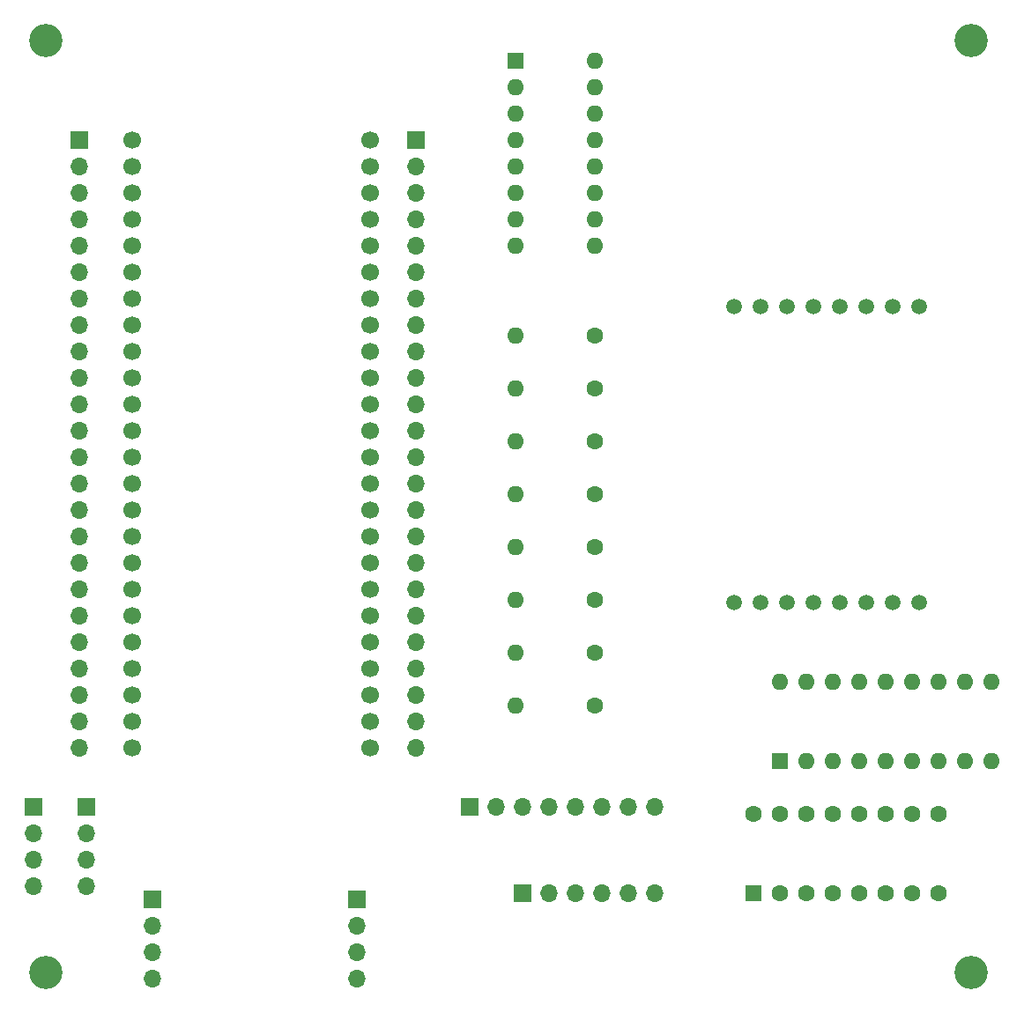
<source format=gbr>
%TF.GenerationSoftware,KiCad,Pcbnew,8.0.2*%
%TF.CreationDate,2024-08-26T11:56:27+09:00*%
%TF.ProjectId,FPGA_Board_v1,46504741-5f42-46f6-9172-645f76312e6b,rev?*%
%TF.SameCoordinates,Original*%
%TF.FileFunction,Soldermask,Bot*%
%TF.FilePolarity,Negative*%
%FSLAX46Y46*%
G04 Gerber Fmt 4.6, Leading zero omitted, Abs format (unit mm)*
G04 Created by KiCad (PCBNEW 8.0.2) date 2024-08-26 11:56:27*
%MOMM*%
%LPD*%
G01*
G04 APERTURE LIST*
%ADD10R,1.700000X1.700000*%
%ADD11O,1.700000X1.700000*%
%ADD12C,1.600000*%
%ADD13O,1.600000X1.600000*%
%ADD14C,3.200000*%
%ADD15R,1.600000X1.600000*%
%ADD16C,1.500000*%
%ADD17C,1.700000*%
G04 APERTURE END LIST*
D10*
%TO.C,J3*%
X147970000Y-116205000D03*
D11*
X150510000Y-116205000D03*
X153050000Y-116205000D03*
X155590000Y-116205000D03*
X158130000Y-116205000D03*
X160670000Y-116205000D03*
X163210000Y-116205000D03*
X165750000Y-116205000D03*
%TD*%
D12*
%TO.C,R6*%
X159980000Y-81040000D03*
D13*
X152360000Y-81040000D03*
%TD*%
D14*
%TO.C,H2*%
X196195000Y-42545000D03*
%TD*%
D15*
%TO.C,U3*%
X177810000Y-111760000D03*
D13*
X180350000Y-111760000D03*
X182890000Y-111760000D03*
X185430000Y-111760000D03*
X187970000Y-111760000D03*
X190510000Y-111760000D03*
X193050000Y-111760000D03*
X195590000Y-111760000D03*
X198130000Y-111760000D03*
X198130000Y-104140000D03*
X195590000Y-104140000D03*
X193050000Y-104140000D03*
X190510000Y-104140000D03*
X187970000Y-104140000D03*
X185430000Y-104140000D03*
X182890000Y-104140000D03*
X180350000Y-104140000D03*
X177810000Y-104140000D03*
%TD*%
D14*
%TO.C,H4*%
X107295000Y-132080000D03*
%TD*%
D16*
%TO.C,U2*%
X173400000Y-96520000D03*
X175940000Y-96520000D03*
X178480000Y-96520000D03*
X181020000Y-96520000D03*
X183560000Y-96520000D03*
X186100000Y-96520000D03*
X188640000Y-96520000D03*
X191180000Y-96520000D03*
X191160000Y-68120000D03*
X188620000Y-68120000D03*
X186080000Y-68120000D03*
X183540000Y-68120000D03*
X181000000Y-68120000D03*
X178460000Y-68120000D03*
X175920000Y-68120000D03*
X173380000Y-68120000D03*
%TD*%
D10*
%TO.C,J2*%
X142815000Y-52070000D03*
D11*
X142815000Y-54610000D03*
X142815000Y-57150000D03*
X142815000Y-59690000D03*
X142815000Y-62230000D03*
X142815000Y-64770000D03*
X142815000Y-67310000D03*
X142815000Y-69850000D03*
X142815000Y-72390000D03*
X142815000Y-74930000D03*
X142815000Y-77470000D03*
X142815000Y-80010000D03*
X142815000Y-82550000D03*
X142815000Y-85090000D03*
X142815000Y-87630000D03*
X142815000Y-90170000D03*
X142815000Y-92710000D03*
X142815000Y-95250000D03*
X142815000Y-97790000D03*
X142815000Y-100330000D03*
X142815000Y-102870000D03*
X142815000Y-105410000D03*
X142815000Y-107950000D03*
X142815000Y-110490000D03*
%TD*%
D15*
%TO.C,SW1*%
X152400000Y-44440000D03*
D13*
X152400000Y-46980000D03*
X152400000Y-49520000D03*
X152400000Y-52060000D03*
X152400000Y-54600000D03*
X152400000Y-57140000D03*
X152400000Y-59680000D03*
X152400000Y-62220000D03*
X160020000Y-62220000D03*
X160020000Y-59680000D03*
X160020000Y-57140000D03*
X160020000Y-54600000D03*
X160020000Y-52060000D03*
X160020000Y-49520000D03*
X160020000Y-46980000D03*
X160020000Y-44440000D03*
%TD*%
D14*
%TO.C,H3*%
X196195000Y-132080000D03*
%TD*%
D12*
%TO.C,R2*%
X159980000Y-101360000D03*
D13*
X152360000Y-101360000D03*
%TD*%
D12*
%TO.C,R1*%
X159980000Y-106440000D03*
D13*
X152360000Y-106440000D03*
%TD*%
D10*
%TO.C,J4*%
X137160000Y-125095000D03*
D11*
X137160000Y-127635000D03*
X137160000Y-130175000D03*
X137160000Y-132715000D03*
%TD*%
D10*
%TO.C,J5*%
X117475000Y-125095000D03*
D11*
X117475000Y-127635000D03*
X117475000Y-130175000D03*
X117475000Y-132715000D03*
%TD*%
D12*
%TO.C,R7*%
X159980000Y-75960000D03*
D13*
X152360000Y-75960000D03*
%TD*%
D12*
%TO.C,R5*%
X159980000Y-86130000D03*
D13*
X152360000Y-86130000D03*
%TD*%
D12*
%TO.C,R8*%
X159980000Y-70880000D03*
D13*
X152360000Y-70880000D03*
%TD*%
D12*
%TO.C,R3*%
X159980000Y-96280000D03*
D13*
X152360000Y-96280000D03*
%TD*%
D10*
%TO.C,J6*%
X111125000Y-116205000D03*
D11*
X111125000Y-118745000D03*
X111125000Y-121285000D03*
X111125000Y-123825000D03*
%TD*%
D10*
%TO.C,J8*%
X153035000Y-124460000D03*
D11*
X155575000Y-124460000D03*
X158115000Y-124460000D03*
X160655000Y-124460000D03*
X163195000Y-124460000D03*
X165735000Y-124460000D03*
%TD*%
D14*
%TO.C,H1*%
X107295000Y-42545000D03*
%TD*%
D15*
%TO.C,U4*%
X175260000Y-124460000D03*
D12*
X177800000Y-124460000D03*
X180340000Y-124460000D03*
X182880000Y-124460000D03*
X185420000Y-124460000D03*
X187960000Y-124460000D03*
X190500000Y-124460000D03*
X193040000Y-124460000D03*
X193040000Y-116840000D03*
X190500000Y-116840000D03*
X187960000Y-116840000D03*
X185420000Y-116840000D03*
X182880000Y-116840000D03*
X180340000Y-116840000D03*
X177800000Y-116840000D03*
X175260000Y-116840000D03*
%TD*%
%TO.C,R4*%
X159980000Y-91200000D03*
D13*
X152360000Y-91200000D03*
%TD*%
D10*
%TO.C,J1*%
X110450000Y-52070000D03*
D11*
X110450000Y-54610000D03*
X110450000Y-57150000D03*
X110450000Y-59690000D03*
X110450000Y-62230000D03*
X110450000Y-64770000D03*
X110450000Y-67310000D03*
X110450000Y-69850000D03*
X110450000Y-72390000D03*
X110450000Y-74930000D03*
X110450000Y-77470000D03*
X110450000Y-80010000D03*
X110450000Y-82550000D03*
X110450000Y-85090000D03*
X110450000Y-87630000D03*
X110450000Y-90170000D03*
X110450000Y-92710000D03*
X110450000Y-95250000D03*
X110450000Y-97790000D03*
X110450000Y-100330000D03*
X110450000Y-102870000D03*
X110450000Y-105410000D03*
X110450000Y-107950000D03*
X110450000Y-110490000D03*
%TD*%
D10*
%TO.C,J7*%
X106045000Y-116205000D03*
D11*
X106045000Y-118745000D03*
X106045000Y-121285000D03*
X106045000Y-123825000D03*
%TD*%
D17*
%TO.C,U1*%
X115570000Y-52070000D03*
X115570000Y-54610000D03*
X115570000Y-57150000D03*
X115570000Y-59690000D03*
X115570000Y-62230000D03*
X115570000Y-64770000D03*
X115570000Y-67310000D03*
X115570000Y-69850000D03*
X115570000Y-72390000D03*
X115570000Y-74930000D03*
X115570000Y-77470000D03*
X115570000Y-80010000D03*
X115570000Y-82550000D03*
X115570000Y-85090000D03*
X115570000Y-87630000D03*
X115570000Y-90170000D03*
X115570000Y-92710000D03*
X115570000Y-95250000D03*
X115570000Y-97790000D03*
X115570000Y-100330000D03*
X115570000Y-102870000D03*
X115570000Y-105410000D03*
X115570000Y-107950000D03*
X115570000Y-110490000D03*
X138390000Y-110490000D03*
X138390000Y-107950000D03*
X138390000Y-105410000D03*
X138390000Y-102870000D03*
X138390000Y-100330000D03*
X138390000Y-97790000D03*
X138390000Y-95250000D03*
X138390000Y-92710000D03*
X138390000Y-90170000D03*
X138390000Y-87630000D03*
X138390000Y-85090000D03*
X138390000Y-82550000D03*
X138390000Y-80010000D03*
X138390000Y-77470000D03*
X138390000Y-74930000D03*
X138390000Y-72390000D03*
X138390000Y-69850000D03*
X138390000Y-67310000D03*
X138390000Y-64770000D03*
X138390000Y-62230000D03*
X138390000Y-59690000D03*
X138390000Y-57150000D03*
X138390000Y-54610000D03*
X138390000Y-52070000D03*
%TD*%
M02*

</source>
